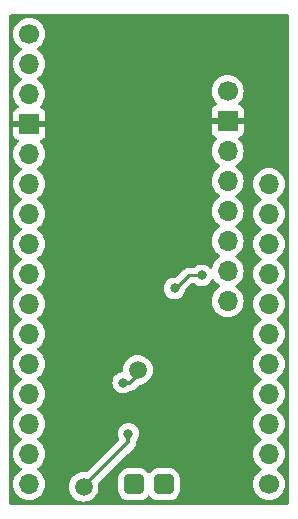
<source format=gbr>
%TF.GenerationSoftware,KiCad,Pcbnew,7.0.5-0*%
%TF.CreationDate,2023-07-31T21:18:35+02:00*%
%TF.ProjectId,wireless-wizard-wand,77697265-6c65-4737-932d-77697a617264,rev?*%
%TF.SameCoordinates,Original*%
%TF.FileFunction,Copper,L2,Bot*%
%TF.FilePolarity,Positive*%
%FSLAX46Y46*%
G04 Gerber Fmt 4.6, Leading zero omitted, Abs format (unit mm)*
G04 Created by KiCad (PCBNEW 7.0.5-0) date 2023-07-31 21:18:35*
%MOMM*%
%LPD*%
G01*
G04 APERTURE LIST*
G04 Aperture macros list*
%AMFreePoly0*
4,1,25,-0.850000,0.425000,-0.829199,0.556332,-0.768832,0.674809,-0.674809,0.768832,-0.556332,0.829199,-0.425000,0.850000,0.425000,0.850000,0.556332,0.829199,0.674809,0.768832,0.768832,0.674809,0.829199,0.556332,0.850000,0.425000,0.850000,-0.425000,0.829199,-0.556332,0.768832,-0.674809,0.674809,-0.768832,0.556332,-0.829199,0.425000,-0.850000,-0.425000,-0.850000,-0.556332,-0.829199,
-0.674809,-0.768832,-0.768832,-0.674809,-0.829199,-0.556332,-0.850000,-0.425000,-0.850000,0.425000,-0.850000,0.425000,$1*%
G04 Aperture macros list end*
%TA.AperFunction,TestPad*%
%ADD10C,1.500000*%
%TD*%
%TA.AperFunction,ComponentPad*%
%ADD11C,1.700000*%
%TD*%
%TA.AperFunction,ComponentPad*%
%ADD12O,1.700000X1.700000*%
%TD*%
%TA.AperFunction,ComponentPad*%
%ADD13R,1.700000X1.700000*%
%TD*%
%TA.AperFunction,ComponentPad*%
%ADD14FreePoly0,270.000000*%
%TD*%
%TA.AperFunction,ViaPad*%
%ADD15C,0.800000*%
%TD*%
%TA.AperFunction,Conductor*%
%ADD16C,0.250000*%
%TD*%
%TA.AperFunction,Conductor*%
%ADD17C,0.350000*%
%TD*%
G04 APERTURE END LIST*
D10*
%TO.P,TP2,1,1*%
%TO.N,/IRQ*%
X92600000Y-58700000D03*
%TD*%
%TO.P,TP1,1,1*%
%TO.N,/PWM*%
X88000000Y-68600000D03*
%TD*%
D11*
%TO.P,J2,1,Pin_1*%
%TO.N,SDA*%
X103700000Y-68360000D03*
D12*
%TO.P,J2,2,Pin_2*%
%TO.N,SCL*%
X103700000Y-65820000D03*
%TO.P,J2,3,Pin_3*%
%TO.N,P1.08*%
X103700000Y-63280000D03*
%TO.P,J2,4,Pin_4*%
%TO.N,unconnected-(J2-Pin_4-Pad4)*%
X103700000Y-60740000D03*
%TO.P,J2,5,Pin_5*%
%TO.N,unconnected-(J2-Pin_5-Pad5)*%
X103700000Y-58200000D03*
%TO.P,J2,6,Pin_6*%
%TO.N,unconnected-(J2-Pin_6-Pad6)*%
X103700000Y-55660000D03*
%TO.P,J2,7,Pin_7*%
%TO.N,unconnected-(J2-Pin_7-Pad7)*%
X103700000Y-53120000D03*
%TO.P,J2,8,Pin_8*%
%TO.N,unconnected-(J2-Pin_8-Pad8)*%
X103700000Y-50580000D03*
%TO.P,J2,9,Pin_9*%
%TO.N,unconnected-(J2-Pin_9-Pad9)*%
X103700000Y-48040000D03*
%TO.P,J2,10,Pin_10*%
%TO.N,unconnected-(J2-Pin_10-Pad10)*%
X103700000Y-45500000D03*
%TO.P,J2,11,Pin_11*%
%TO.N,unconnected-(J2-Pin_11-Pad11)*%
X103700000Y-42960000D03*
%TD*%
D11*
%TO.P,J4,1,Pin_1*%
%TO.N,+3.3V*%
X100200000Y-35100000D03*
D13*
%TO.P,J4,2,Pin_2*%
%TO.N,GND1*%
X100200000Y-37640000D03*
D12*
%TO.P,J4,3,Pin_3*%
%TO.N,SCL*%
X100200000Y-40180000D03*
%TO.P,J4,4,Pin_4*%
%TO.N,SDA*%
X100200000Y-42720000D03*
%TO.P,J4,5,Pin_5*%
%TO.N,/XDA*%
X100200000Y-45260000D03*
%TO.P,J4,6,Pin_6*%
%TO.N,/XCL*%
X100200000Y-47800000D03*
%TO.P,J4,7,Pin_7*%
%TO.N,+3.3V*%
X100200000Y-50340000D03*
%TO.P,J4,8,Pin_8*%
%TO.N,P1.08*%
X100200000Y-52880000D03*
%TD*%
D11*
%TO.P,J1,1,Pin_1*%
%TO.N,RST*%
X83400000Y-30260000D03*
D12*
%TO.P,J1,2,Pin_2*%
%TO.N,+3.3V*%
X83400000Y-32800000D03*
%TO.P,J1,3,Pin_3*%
%TO.N,unconnected-(J1-Pin_3-Pad3)*%
X83400000Y-35340000D03*
D13*
%TO.P,J1,4,Pin_4*%
%TO.N,GND1*%
X83400000Y-37880000D03*
D12*
%TO.P,J1,5,Pin_5*%
%TO.N,unconnected-(J1-Pin_5-Pad5)*%
X83400000Y-40420000D03*
%TO.P,J1,6,Pin_6*%
%TO.N,unconnected-(J1-Pin_6-Pad6)*%
X83400000Y-42960000D03*
%TO.P,J1,7,Pin_7*%
%TO.N,unconnected-(J1-Pin_7-Pad7)*%
X83400000Y-45500000D03*
%TO.P,J1,8,Pin_8*%
%TO.N,unconnected-(J1-Pin_8-Pad8)*%
X83400000Y-48040000D03*
%TO.P,J1,9,Pin_9*%
%TO.N,unconnected-(J1-Pin_9-Pad9)*%
X83400000Y-50580000D03*
%TO.P,J1,10,Pin_10*%
%TO.N,unconnected-(J1-Pin_10-Pad10)*%
X83400000Y-53120000D03*
%TO.P,J1,11,Pin_11*%
%TO.N,unconnected-(J1-Pin_11-Pad11)*%
X83400000Y-55660000D03*
%TO.P,J1,12,Pin_12*%
%TO.N,unconnected-(J1-Pin_12-Pad12)*%
X83400000Y-58200000D03*
%TO.P,J1,13,Pin_13*%
%TO.N,unconnected-(J1-Pin_13-Pad13)*%
X83400000Y-60740000D03*
%TO.P,J1,14,Pin_14*%
%TO.N,unconnected-(J1-Pin_14-Pad14)*%
X83400000Y-63280000D03*
%TO.P,J1,15,Pin_15*%
%TO.N,unconnected-(J1-Pin_15-Pad15)*%
X83400000Y-65820000D03*
%TO.P,J1,16,Pin_16*%
%TO.N,unconnected-(J1-Pin_16-Pad16)*%
X83400000Y-68360000D03*
%TD*%
D14*
%TO.P,J3,1,Pin_1*%
%TO.N,/M-*%
X94800000Y-68385000D03*
%TO.P,J3,2,Pin_2*%
%TO.N,/M+*%
X92260000Y-68385000D03*
%TD*%
D15*
%TO.N,+3.3V*%
X98001500Y-50700000D03*
X95698500Y-51800000D03*
%TO.N,/PWM*%
X91800000Y-64100000D03*
%TO.N,GND1*%
X94800000Y-65000000D03*
%TO.N,/IRQ*%
X91334803Y-59784455D03*
%TO.N,GND1*%
X87500000Y-61600000D03*
X87600000Y-63600000D03*
%TD*%
D16*
%TO.N,+3.3V*%
X96900000Y-50700000D02*
X95800000Y-51800000D01*
X98001500Y-50700000D02*
X96900000Y-50700000D01*
X95800000Y-51800000D02*
X95698500Y-51800000D01*
D17*
%TO.N,/PWM*%
X91800000Y-64800000D02*
X91200000Y-65400000D01*
X91800000Y-64100000D02*
X91800000Y-64800000D01*
%TO.N,/IRQ*%
X91915545Y-59784455D02*
X92600000Y-59100000D01*
X91334803Y-59784455D02*
X91915545Y-59784455D01*
%TO.N,/PWM*%
X91200000Y-65400000D02*
X87900000Y-68700000D01*
%TD*%
%TA.AperFunction,Conductor*%
%TO.N,GND1*%
G36*
X105342539Y-28620185D02*
G01*
X105388294Y-28672989D01*
X105399500Y-28724500D01*
X105399500Y-69975500D01*
X105379815Y-70042539D01*
X105327011Y-70088294D01*
X105275500Y-70099500D01*
X88048586Y-70099500D01*
X87998949Y-70084925D01*
X87975846Y-70097069D01*
X87951414Y-70099500D01*
X81824500Y-70099500D01*
X81757461Y-70079815D01*
X81711706Y-70027011D01*
X81700500Y-69975500D01*
X81700500Y-68360000D01*
X82044341Y-68360000D01*
X82064936Y-68595403D01*
X82064938Y-68595413D01*
X82126094Y-68823655D01*
X82126096Y-68823659D01*
X82126097Y-68823663D01*
X82149935Y-68874783D01*
X82225965Y-69037830D01*
X82225967Y-69037834D01*
X82299952Y-69143495D01*
X82361505Y-69231401D01*
X82528599Y-69398495D01*
X82625384Y-69466264D01*
X82722165Y-69534032D01*
X82722167Y-69534033D01*
X82722170Y-69534035D01*
X82936337Y-69633903D01*
X83164592Y-69695063D01*
X83352918Y-69711539D01*
X83399999Y-69715659D01*
X83400000Y-69715659D01*
X83400001Y-69715659D01*
X83439234Y-69712226D01*
X83635408Y-69695063D01*
X83863663Y-69633903D01*
X84077830Y-69534035D01*
X84271401Y-69398495D01*
X84438495Y-69231401D01*
X84574035Y-69037830D01*
X84673903Y-68823663D01*
X84733832Y-68600002D01*
X86744723Y-68600002D01*
X86763793Y-68817975D01*
X86763793Y-68817979D01*
X86820422Y-69029322D01*
X86820424Y-69029326D01*
X86820425Y-69029330D01*
X86866661Y-69128484D01*
X86912897Y-69227638D01*
X86912898Y-69227639D01*
X87038402Y-69406877D01*
X87193123Y-69561598D01*
X87372361Y-69687102D01*
X87570670Y-69779575D01*
X87782023Y-69836207D01*
X87937554Y-69849813D01*
X87962221Y-69851972D01*
X87998594Y-69866199D01*
X88013651Y-69856523D01*
X88037779Y-69851972D01*
X88057539Y-69850243D01*
X88217977Y-69836207D01*
X88429330Y-69779575D01*
X88627639Y-69687102D01*
X88806877Y-69561598D01*
X88961598Y-69406877D01*
X89087102Y-69227639D01*
X89179575Y-69029330D01*
X89220986Y-68874783D01*
X90909500Y-68874783D01*
X90915858Y-68955574D01*
X90915858Y-68955577D01*
X90915859Y-68955578D01*
X90966212Y-69143496D01*
X91054535Y-69316840D01*
X91176968Y-69468032D01*
X91328160Y-69590465D01*
X91501504Y-69678788D01*
X91689422Y-69729141D01*
X91770222Y-69735500D01*
X91770230Y-69735500D01*
X92749770Y-69735500D01*
X92749778Y-69735500D01*
X92830578Y-69729141D01*
X93018496Y-69678788D01*
X93191840Y-69590465D01*
X93343032Y-69468032D01*
X93433635Y-69356145D01*
X93491121Y-69316436D01*
X93560952Y-69314108D01*
X93620956Y-69349903D01*
X93626353Y-69356133D01*
X93716968Y-69468032D01*
X93868160Y-69590465D01*
X94041504Y-69678788D01*
X94229422Y-69729141D01*
X94310222Y-69735500D01*
X94310230Y-69735500D01*
X95289770Y-69735500D01*
X95289778Y-69735500D01*
X95370578Y-69729141D01*
X95558496Y-69678788D01*
X95731840Y-69590465D01*
X95883032Y-69468032D01*
X96005465Y-69316840D01*
X96093788Y-69143496D01*
X96144141Y-68955578D01*
X96150500Y-68874778D01*
X96150500Y-68360000D01*
X102344341Y-68360000D01*
X102364936Y-68595403D01*
X102364938Y-68595413D01*
X102426094Y-68823655D01*
X102426096Y-68823659D01*
X102426097Y-68823663D01*
X102449935Y-68874783D01*
X102525965Y-69037830D01*
X102525967Y-69037834D01*
X102599952Y-69143495D01*
X102661505Y-69231401D01*
X102828599Y-69398495D01*
X102925384Y-69466265D01*
X103022165Y-69534032D01*
X103022167Y-69534033D01*
X103022170Y-69534035D01*
X103236337Y-69633903D01*
X103464592Y-69695063D01*
X103652918Y-69711539D01*
X103699999Y-69715659D01*
X103700000Y-69715659D01*
X103700001Y-69715659D01*
X103739234Y-69712226D01*
X103935408Y-69695063D01*
X104163663Y-69633903D01*
X104377830Y-69534035D01*
X104571401Y-69398495D01*
X104738495Y-69231401D01*
X104874035Y-69037830D01*
X104973903Y-68823663D01*
X105035063Y-68595408D01*
X105055659Y-68360000D01*
X105035063Y-68124592D01*
X104973903Y-67896337D01*
X104874035Y-67682171D01*
X104802367Y-67579817D01*
X104738494Y-67488597D01*
X104571402Y-67321506D01*
X104571396Y-67321501D01*
X104385842Y-67191575D01*
X104342217Y-67136998D01*
X104335023Y-67067500D01*
X104366546Y-67005145D01*
X104385842Y-66988425D01*
X104408026Y-66972891D01*
X104571401Y-66858495D01*
X104738495Y-66691401D01*
X104874035Y-66497830D01*
X104973903Y-66283663D01*
X105035063Y-66055408D01*
X105055659Y-65820000D01*
X105035063Y-65584592D01*
X104973903Y-65356337D01*
X104874035Y-65142171D01*
X104855869Y-65116226D01*
X104738494Y-64948597D01*
X104571402Y-64781506D01*
X104571396Y-64781501D01*
X104385842Y-64651575D01*
X104342217Y-64596998D01*
X104335023Y-64527500D01*
X104366546Y-64465145D01*
X104385842Y-64448425D01*
X104408026Y-64432891D01*
X104571401Y-64318495D01*
X104738495Y-64151401D01*
X104874035Y-63957830D01*
X104973903Y-63743663D01*
X105035063Y-63515408D01*
X105055659Y-63280000D01*
X105035063Y-63044592D01*
X104973903Y-62816337D01*
X104874035Y-62602171D01*
X104738495Y-62408599D01*
X104738494Y-62408597D01*
X104571402Y-62241506D01*
X104571396Y-62241501D01*
X104385842Y-62111575D01*
X104342217Y-62056998D01*
X104335023Y-61987500D01*
X104366546Y-61925145D01*
X104385842Y-61908425D01*
X104408026Y-61892891D01*
X104571401Y-61778495D01*
X104738495Y-61611401D01*
X104874035Y-61417830D01*
X104973903Y-61203663D01*
X105035063Y-60975408D01*
X105055659Y-60740000D01*
X105035063Y-60504592D01*
X104973903Y-60276337D01*
X104874035Y-60062171D01*
X104792473Y-59945687D01*
X104738494Y-59868597D01*
X104571402Y-59701506D01*
X104571396Y-59701501D01*
X104385842Y-59571575D01*
X104342217Y-59516998D01*
X104335023Y-59447500D01*
X104366546Y-59385145D01*
X104385842Y-59368425D01*
X104444092Y-59327638D01*
X104571401Y-59238495D01*
X104738495Y-59071401D01*
X104874035Y-58877830D01*
X104973903Y-58663663D01*
X105035063Y-58435408D01*
X105055659Y-58200000D01*
X105035063Y-57964592D01*
X104973903Y-57736337D01*
X104874035Y-57522171D01*
X104872814Y-57520426D01*
X104738494Y-57328597D01*
X104571402Y-57161506D01*
X104571396Y-57161501D01*
X104385842Y-57031575D01*
X104342217Y-56976998D01*
X104335023Y-56907500D01*
X104366546Y-56845145D01*
X104385842Y-56828425D01*
X104408026Y-56812891D01*
X104571401Y-56698495D01*
X104738495Y-56531401D01*
X104874035Y-56337830D01*
X104973903Y-56123663D01*
X105035063Y-55895408D01*
X105055659Y-55660000D01*
X105035063Y-55424592D01*
X104973903Y-55196337D01*
X104874035Y-54982171D01*
X104738495Y-54788599D01*
X104738494Y-54788597D01*
X104571402Y-54621506D01*
X104571396Y-54621501D01*
X104385842Y-54491575D01*
X104342217Y-54436998D01*
X104335023Y-54367500D01*
X104366546Y-54305145D01*
X104385842Y-54288425D01*
X104461199Y-54235659D01*
X104571401Y-54158495D01*
X104738495Y-53991401D01*
X104874035Y-53797830D01*
X104973903Y-53583663D01*
X105035063Y-53355408D01*
X105055659Y-53120000D01*
X105035063Y-52884592D01*
X104975191Y-52661144D01*
X104973905Y-52656344D01*
X104973904Y-52656343D01*
X104973903Y-52656337D01*
X104874035Y-52442171D01*
X104738495Y-52248599D01*
X104738494Y-52248597D01*
X104571402Y-52081506D01*
X104571396Y-52081501D01*
X104385842Y-51951575D01*
X104342217Y-51896998D01*
X104335023Y-51827500D01*
X104366546Y-51765145D01*
X104385842Y-51748425D01*
X104446481Y-51705965D01*
X104571401Y-51618495D01*
X104738495Y-51451401D01*
X104874035Y-51257830D01*
X104973903Y-51043663D01*
X105035063Y-50815408D01*
X105055659Y-50580000D01*
X105035063Y-50344592D01*
X104973903Y-50116337D01*
X104874035Y-49902171D01*
X104829703Y-49838857D01*
X104738494Y-49708597D01*
X104571402Y-49541506D01*
X104571396Y-49541501D01*
X104385842Y-49411575D01*
X104342217Y-49356998D01*
X104335023Y-49287500D01*
X104366546Y-49225145D01*
X104385842Y-49208425D01*
X104438469Y-49171575D01*
X104571401Y-49078495D01*
X104738495Y-48911401D01*
X104874035Y-48717830D01*
X104973903Y-48503663D01*
X105035063Y-48275408D01*
X105055659Y-48040000D01*
X105035063Y-47804592D01*
X104973903Y-47576337D01*
X104874035Y-47362171D01*
X104738495Y-47168599D01*
X104738494Y-47168597D01*
X104571402Y-47001506D01*
X104571396Y-47001501D01*
X104385842Y-46871575D01*
X104342217Y-46816998D01*
X104335023Y-46747500D01*
X104366546Y-46685145D01*
X104385842Y-46668425D01*
X104438469Y-46631575D01*
X104571401Y-46538495D01*
X104738495Y-46371401D01*
X104874035Y-46177830D01*
X104973903Y-45963663D01*
X105035063Y-45735408D01*
X105055659Y-45500000D01*
X105035063Y-45264592D01*
X104973903Y-45036337D01*
X104874035Y-44822171D01*
X104738495Y-44628599D01*
X104738494Y-44628597D01*
X104571402Y-44461506D01*
X104571396Y-44461501D01*
X104385842Y-44331575D01*
X104342217Y-44276998D01*
X104335023Y-44207500D01*
X104366546Y-44145145D01*
X104385842Y-44128425D01*
X104438469Y-44091575D01*
X104571401Y-43998495D01*
X104738495Y-43831401D01*
X104874035Y-43637830D01*
X104973903Y-43423663D01*
X105035063Y-43195408D01*
X105055659Y-42960000D01*
X105035063Y-42724592D01*
X104973903Y-42496337D01*
X104874035Y-42282171D01*
X104738495Y-42088599D01*
X104738494Y-42088597D01*
X104571402Y-41921506D01*
X104571395Y-41921501D01*
X104377834Y-41785967D01*
X104377830Y-41785965D01*
X104377829Y-41785964D01*
X104163663Y-41686097D01*
X104163659Y-41686096D01*
X104163655Y-41686094D01*
X103935413Y-41624938D01*
X103935403Y-41624936D01*
X103700001Y-41604341D01*
X103699999Y-41604341D01*
X103464596Y-41624936D01*
X103464586Y-41624938D01*
X103236344Y-41686094D01*
X103236335Y-41686098D01*
X103022171Y-41785964D01*
X103022169Y-41785965D01*
X102828597Y-41921505D01*
X102661505Y-42088597D01*
X102525965Y-42282169D01*
X102525964Y-42282171D01*
X102426098Y-42496335D01*
X102426094Y-42496344D01*
X102364938Y-42724586D01*
X102364936Y-42724596D01*
X102344341Y-42959999D01*
X102344341Y-42960000D01*
X102364936Y-43195403D01*
X102364938Y-43195413D01*
X102426094Y-43423655D01*
X102426096Y-43423659D01*
X102426097Y-43423663D01*
X102504312Y-43591395D01*
X102525965Y-43637830D01*
X102525967Y-43637834D01*
X102661501Y-43831395D01*
X102661506Y-43831402D01*
X102828597Y-43998493D01*
X102828603Y-43998498D01*
X103014158Y-44128425D01*
X103057783Y-44183002D01*
X103064977Y-44252500D01*
X103033454Y-44314855D01*
X103014158Y-44331575D01*
X102828597Y-44461505D01*
X102661505Y-44628597D01*
X102525965Y-44822169D01*
X102525964Y-44822171D01*
X102426098Y-45036335D01*
X102426094Y-45036344D01*
X102364938Y-45264586D01*
X102364936Y-45264596D01*
X102344341Y-45499999D01*
X102344341Y-45500000D01*
X102364936Y-45735403D01*
X102364938Y-45735413D01*
X102426094Y-45963655D01*
X102426096Y-45963659D01*
X102426097Y-45963663D01*
X102504312Y-46131395D01*
X102525965Y-46177830D01*
X102525967Y-46177834D01*
X102661501Y-46371395D01*
X102661506Y-46371402D01*
X102828597Y-46538493D01*
X102828603Y-46538498D01*
X103014158Y-46668425D01*
X103057783Y-46723002D01*
X103064977Y-46792500D01*
X103033454Y-46854855D01*
X103014158Y-46871575D01*
X102828597Y-47001505D01*
X102661505Y-47168597D01*
X102525965Y-47362169D01*
X102525964Y-47362171D01*
X102426098Y-47576335D01*
X102426094Y-47576344D01*
X102364938Y-47804586D01*
X102364936Y-47804596D01*
X102344341Y-48039999D01*
X102344341Y-48040000D01*
X102364936Y-48275403D01*
X102364938Y-48275413D01*
X102426094Y-48503655D01*
X102426096Y-48503659D01*
X102426097Y-48503663D01*
X102504312Y-48671395D01*
X102525965Y-48717830D01*
X102525967Y-48717834D01*
X102661501Y-48911395D01*
X102661506Y-48911402D01*
X102828597Y-49078493D01*
X102828603Y-49078498D01*
X103014158Y-49208425D01*
X103057783Y-49263002D01*
X103064977Y-49332500D01*
X103033454Y-49394855D01*
X103014158Y-49411575D01*
X102828597Y-49541505D01*
X102661505Y-49708597D01*
X102525965Y-49902169D01*
X102525964Y-49902171D01*
X102426098Y-50116335D01*
X102426094Y-50116344D01*
X102364938Y-50344586D01*
X102364936Y-50344596D01*
X102344341Y-50579999D01*
X102344341Y-50580000D01*
X102364936Y-50815403D01*
X102364938Y-50815413D01*
X102426094Y-51043655D01*
X102426096Y-51043659D01*
X102426097Y-51043663D01*
X102504315Y-51211401D01*
X102525965Y-51257830D01*
X102525967Y-51257834D01*
X102610458Y-51378498D01*
X102647721Y-51431716D01*
X102661501Y-51451395D01*
X102661506Y-51451402D01*
X102828597Y-51618493D01*
X102828603Y-51618498D01*
X103014158Y-51748425D01*
X103057783Y-51803002D01*
X103064977Y-51872500D01*
X103033454Y-51934855D01*
X103014158Y-51951575D01*
X102828597Y-52081505D01*
X102661505Y-52248597D01*
X102525965Y-52442169D01*
X102525964Y-52442171D01*
X102426098Y-52656335D01*
X102426094Y-52656344D01*
X102364938Y-52884586D01*
X102364936Y-52884596D01*
X102344341Y-53119999D01*
X102344341Y-53120000D01*
X102364936Y-53355403D01*
X102364938Y-53355413D01*
X102426094Y-53583655D01*
X102426096Y-53583659D01*
X102426097Y-53583663D01*
X102504312Y-53751395D01*
X102525965Y-53797830D01*
X102525967Y-53797834D01*
X102661501Y-53991395D01*
X102661506Y-53991402D01*
X102828597Y-54158493D01*
X102828603Y-54158498D01*
X103014158Y-54288425D01*
X103057783Y-54343002D01*
X103064977Y-54412500D01*
X103033454Y-54474855D01*
X103014158Y-54491575D01*
X102828597Y-54621505D01*
X102661505Y-54788597D01*
X102525965Y-54982169D01*
X102525964Y-54982171D01*
X102426098Y-55196335D01*
X102426094Y-55196344D01*
X102364938Y-55424586D01*
X102364936Y-55424596D01*
X102344341Y-55659999D01*
X102344341Y-55660000D01*
X102364936Y-55895403D01*
X102364938Y-55895413D01*
X102426094Y-56123655D01*
X102426096Y-56123659D01*
X102426097Y-56123663D01*
X102525964Y-56337830D01*
X102525965Y-56337830D01*
X102525967Y-56337834D01*
X102661501Y-56531395D01*
X102661506Y-56531402D01*
X102828597Y-56698493D01*
X102828603Y-56698498D01*
X103014158Y-56828425D01*
X103057783Y-56883002D01*
X103064977Y-56952500D01*
X103033454Y-57014855D01*
X103014158Y-57031575D01*
X102828597Y-57161505D01*
X102661505Y-57328597D01*
X102525965Y-57522169D01*
X102525964Y-57522171D01*
X102426098Y-57736335D01*
X102426094Y-57736344D01*
X102364938Y-57964586D01*
X102364936Y-57964596D01*
X102344341Y-58199999D01*
X102344341Y-58200000D01*
X102364936Y-58435403D01*
X102364938Y-58435413D01*
X102426094Y-58663655D01*
X102426096Y-58663659D01*
X102426097Y-58663663D01*
X102466356Y-58749998D01*
X102525965Y-58877830D01*
X102525967Y-58877834D01*
X102661501Y-59071395D01*
X102661506Y-59071402D01*
X102828597Y-59238493D01*
X102828603Y-59238498D01*
X103014158Y-59368425D01*
X103057783Y-59423002D01*
X103064977Y-59492500D01*
X103033454Y-59554855D01*
X103014158Y-59571575D01*
X102828597Y-59701505D01*
X102661505Y-59868597D01*
X102525965Y-60062169D01*
X102525964Y-60062171D01*
X102426098Y-60276335D01*
X102426094Y-60276344D01*
X102364938Y-60504586D01*
X102364936Y-60504596D01*
X102344341Y-60739999D01*
X102344341Y-60740000D01*
X102364936Y-60975403D01*
X102364938Y-60975413D01*
X102426094Y-61203655D01*
X102426096Y-61203659D01*
X102426097Y-61203663D01*
X102525964Y-61417829D01*
X102525965Y-61417830D01*
X102525967Y-61417834D01*
X102661501Y-61611395D01*
X102661506Y-61611402D01*
X102828597Y-61778493D01*
X102828603Y-61778498D01*
X103014158Y-61908425D01*
X103057783Y-61963002D01*
X103064977Y-62032500D01*
X103033454Y-62094855D01*
X103014158Y-62111575D01*
X102828597Y-62241505D01*
X102661505Y-62408597D01*
X102525965Y-62602169D01*
X102525964Y-62602171D01*
X102426098Y-62816335D01*
X102426094Y-62816344D01*
X102364938Y-63044586D01*
X102364936Y-63044596D01*
X102344341Y-63279999D01*
X102344341Y-63280000D01*
X102364936Y-63515403D01*
X102364938Y-63515413D01*
X102426094Y-63743655D01*
X102426096Y-63743659D01*
X102426097Y-63743663D01*
X102504473Y-63911740D01*
X102525965Y-63957830D01*
X102525967Y-63957834D01*
X102661501Y-64151395D01*
X102661506Y-64151402D01*
X102828597Y-64318493D01*
X102828603Y-64318498D01*
X103014158Y-64448425D01*
X103057783Y-64503002D01*
X103064977Y-64572500D01*
X103033454Y-64634855D01*
X103014158Y-64651575D01*
X102828597Y-64781505D01*
X102661505Y-64948597D01*
X102525965Y-65142169D01*
X102525964Y-65142171D01*
X102426098Y-65356335D01*
X102426094Y-65356344D01*
X102364938Y-65584586D01*
X102364936Y-65584596D01*
X102344341Y-65819999D01*
X102344341Y-65820000D01*
X102364936Y-66055403D01*
X102364938Y-66055413D01*
X102426094Y-66283655D01*
X102426096Y-66283659D01*
X102426097Y-66283663D01*
X102525964Y-66497830D01*
X102525965Y-66497830D01*
X102525967Y-66497834D01*
X102661501Y-66691395D01*
X102661506Y-66691402D01*
X102828597Y-66858493D01*
X102828603Y-66858498D01*
X103014158Y-66988425D01*
X103057783Y-67043002D01*
X103064977Y-67112500D01*
X103033454Y-67174855D01*
X103014158Y-67191575D01*
X102828597Y-67321505D01*
X102661505Y-67488597D01*
X102525965Y-67682169D01*
X102525964Y-67682171D01*
X102426098Y-67896335D01*
X102426094Y-67896344D01*
X102364938Y-68124586D01*
X102364936Y-68124596D01*
X102344341Y-68359999D01*
X102344341Y-68360000D01*
X96150500Y-68360000D01*
X96150500Y-67895222D01*
X96144141Y-67814422D01*
X96093788Y-67626504D01*
X96005465Y-67453160D01*
X95883032Y-67301968D01*
X95731840Y-67179535D01*
X95558496Y-67091212D01*
X95370578Y-67040859D01*
X95370577Y-67040858D01*
X95370574Y-67040858D01*
X95289783Y-67034500D01*
X95289778Y-67034500D01*
X94310222Y-67034500D01*
X94310216Y-67034500D01*
X94229425Y-67040858D01*
X94041504Y-67091212D01*
X93868161Y-67179534D01*
X93716968Y-67301968D01*
X93626366Y-67413852D01*
X93568879Y-67453563D01*
X93499048Y-67455891D01*
X93439044Y-67420095D01*
X93433634Y-67413852D01*
X93403865Y-67377091D01*
X93343032Y-67301968D01*
X93191840Y-67179535D01*
X93018496Y-67091212D01*
X92830578Y-67040859D01*
X92830577Y-67040858D01*
X92830574Y-67040858D01*
X92749783Y-67034500D01*
X92749778Y-67034500D01*
X91770222Y-67034500D01*
X91770216Y-67034500D01*
X91689425Y-67040858D01*
X91501504Y-67091212D01*
X91328161Y-67179534D01*
X91176968Y-67301968D01*
X91054534Y-67453161D01*
X90966212Y-67626504D01*
X90915858Y-67814425D01*
X90909500Y-67895216D01*
X90909500Y-68874783D01*
X89220986Y-68874783D01*
X89236207Y-68817977D01*
X89255277Y-68600000D01*
X89236207Y-68382023D01*
X89236205Y-68382018D01*
X89236183Y-68381758D01*
X89249950Y-68313258D01*
X89272027Y-68283272D01*
X91706541Y-65848760D01*
X91765100Y-65790201D01*
X91765113Y-65790186D01*
X92261913Y-65293386D01*
X92264605Y-65290852D01*
X92309332Y-65251229D01*
X92343269Y-65202059D01*
X92345472Y-65199066D01*
X92382326Y-65152028D01*
X92386172Y-65143480D01*
X92397197Y-65123935D01*
X92402517Y-65116227D01*
X92402516Y-65116227D01*
X92402518Y-65116226D01*
X92423705Y-65060358D01*
X92425132Y-65056916D01*
X92449647Y-65002446D01*
X92449647Y-65002445D01*
X92449650Y-65002439D01*
X92451338Y-64993221D01*
X92457366Y-64971603D01*
X92460688Y-64962845D01*
X92467889Y-64903540D01*
X92468453Y-64899836D01*
X92472577Y-64877327D01*
X92479219Y-64841085D01*
X92475613Y-64781466D01*
X92475500Y-64777722D01*
X92475500Y-64743156D01*
X92495185Y-64676117D01*
X92507351Y-64660183D01*
X92515102Y-64651575D01*
X92532533Y-64632216D01*
X92627179Y-64468284D01*
X92685674Y-64288256D01*
X92705460Y-64100000D01*
X92685674Y-63911744D01*
X92627179Y-63731716D01*
X92532533Y-63567784D01*
X92405871Y-63427112D01*
X92405870Y-63427111D01*
X92252734Y-63315851D01*
X92252729Y-63315848D01*
X92079807Y-63238857D01*
X92079802Y-63238855D01*
X91934000Y-63207865D01*
X91894646Y-63199500D01*
X91705354Y-63199500D01*
X91672897Y-63206398D01*
X91520197Y-63238855D01*
X91520192Y-63238857D01*
X91347270Y-63315848D01*
X91347265Y-63315851D01*
X91194129Y-63427111D01*
X91067466Y-63567785D01*
X90972821Y-63731715D01*
X90972818Y-63731722D01*
X90914327Y-63911740D01*
X90914326Y-63911744D01*
X90894540Y-64100000D01*
X90914326Y-64288256D01*
X90914327Y-64288259D01*
X90972818Y-64468277D01*
X90972821Y-64468284D01*
X90999767Y-64514956D01*
X91016240Y-64582855D01*
X90993388Y-64648882D01*
X90980061Y-64664636D01*
X90692656Y-64952040D01*
X90692652Y-64952046D01*
X88316728Y-67327969D01*
X88255405Y-67361454D01*
X88218240Y-67363816D01*
X88000002Y-67344723D01*
X87999998Y-67344723D01*
X87854682Y-67357436D01*
X87782023Y-67363793D01*
X87782020Y-67363793D01*
X87570677Y-67420422D01*
X87570668Y-67420426D01*
X87372361Y-67512898D01*
X87372357Y-67512900D01*
X87193121Y-67638402D01*
X87038402Y-67793121D01*
X86912900Y-67972357D01*
X86912898Y-67972361D01*
X86820426Y-68170668D01*
X86820422Y-68170677D01*
X86763793Y-68382020D01*
X86763793Y-68382024D01*
X86744723Y-68599997D01*
X86744723Y-68600002D01*
X84733832Y-68600002D01*
X84735063Y-68595408D01*
X84755659Y-68360000D01*
X84735063Y-68124592D01*
X84673903Y-67896337D01*
X84574035Y-67682171D01*
X84502367Y-67579817D01*
X84438494Y-67488597D01*
X84271402Y-67321506D01*
X84271396Y-67321501D01*
X84085842Y-67191575D01*
X84042217Y-67136998D01*
X84035023Y-67067500D01*
X84066546Y-67005145D01*
X84085842Y-66988425D01*
X84108026Y-66972891D01*
X84271401Y-66858495D01*
X84438495Y-66691401D01*
X84574035Y-66497830D01*
X84673903Y-66283663D01*
X84735063Y-66055408D01*
X84755659Y-65820000D01*
X84735063Y-65584592D01*
X84673903Y-65356337D01*
X84574035Y-65142171D01*
X84555869Y-65116226D01*
X84438494Y-64948597D01*
X84271402Y-64781506D01*
X84271396Y-64781501D01*
X84085842Y-64651575D01*
X84042217Y-64596998D01*
X84035023Y-64527500D01*
X84066546Y-64465145D01*
X84085842Y-64448425D01*
X84108026Y-64432891D01*
X84271401Y-64318495D01*
X84438495Y-64151401D01*
X84574035Y-63957830D01*
X84673903Y-63743663D01*
X84735063Y-63515408D01*
X84755659Y-63280000D01*
X84735063Y-63044592D01*
X84673903Y-62816337D01*
X84574035Y-62602171D01*
X84438495Y-62408599D01*
X84438494Y-62408597D01*
X84271402Y-62241506D01*
X84271396Y-62241501D01*
X84085842Y-62111575D01*
X84042217Y-62056998D01*
X84035023Y-61987500D01*
X84066546Y-61925145D01*
X84085842Y-61908425D01*
X84108026Y-61892891D01*
X84271401Y-61778495D01*
X84438495Y-61611401D01*
X84574035Y-61417830D01*
X84673903Y-61203663D01*
X84735063Y-60975408D01*
X84755659Y-60740000D01*
X84735063Y-60504592D01*
X84673903Y-60276337D01*
X84574035Y-60062171D01*
X84492473Y-59945687D01*
X84438494Y-59868597D01*
X84354351Y-59784455D01*
X90429343Y-59784455D01*
X90449129Y-59972711D01*
X90449130Y-59972714D01*
X90507621Y-60152732D01*
X90507624Y-60152739D01*
X90602270Y-60316671D01*
X90711357Y-60437824D01*
X90728932Y-60457343D01*
X90882068Y-60568603D01*
X90882073Y-60568606D01*
X91054995Y-60645597D01*
X91055000Y-60645599D01*
X91240157Y-60684955D01*
X91240158Y-60684955D01*
X91429447Y-60684955D01*
X91429449Y-60684955D01*
X91614606Y-60645599D01*
X91787533Y-60568606D01*
X91900832Y-60486288D01*
X91951366Y-60464638D01*
X91956627Y-60463673D01*
X91956630Y-60463674D01*
X92015388Y-60452906D01*
X92019085Y-60452344D01*
X92040433Y-60449751D01*
X92078390Y-60445143D01*
X92087150Y-60441820D01*
X92108766Y-60435793D01*
X92117984Y-60434105D01*
X92172461Y-60409587D01*
X92175903Y-60408160D01*
X92231771Y-60386973D01*
X92239478Y-60381652D01*
X92259025Y-60370627D01*
X92267573Y-60366781D01*
X92314611Y-60329927D01*
X92317604Y-60327724D01*
X92366774Y-60293787D01*
X92406397Y-60249060D01*
X92408931Y-60246368D01*
X92677701Y-59977598D01*
X92739022Y-59944115D01*
X92754563Y-59941754D01*
X92817977Y-59936207D01*
X93029330Y-59879575D01*
X93227639Y-59787102D01*
X93406877Y-59661598D01*
X93561598Y-59506877D01*
X93687102Y-59327639D01*
X93779575Y-59129330D01*
X93836207Y-58917977D01*
X93855277Y-58700000D01*
X93836207Y-58482023D01*
X93779575Y-58270670D01*
X93687102Y-58072362D01*
X93687100Y-58072359D01*
X93687099Y-58072357D01*
X93561599Y-57893124D01*
X93561596Y-57893121D01*
X93406877Y-57738402D01*
X93227639Y-57612898D01*
X93227640Y-57612898D01*
X93227638Y-57612897D01*
X93128484Y-57566661D01*
X93029330Y-57520425D01*
X93029326Y-57520424D01*
X93029322Y-57520422D01*
X92817977Y-57463793D01*
X92600002Y-57444723D01*
X92599998Y-57444723D01*
X92454681Y-57457436D01*
X92382023Y-57463793D01*
X92382020Y-57463793D01*
X92170677Y-57520422D01*
X92170668Y-57520426D01*
X91972361Y-57612898D01*
X91972357Y-57612900D01*
X91793121Y-57738402D01*
X91638402Y-57893121D01*
X91512900Y-58072357D01*
X91512898Y-58072361D01*
X91420426Y-58270668D01*
X91420422Y-58270677D01*
X91363793Y-58482020D01*
X91363793Y-58482024D01*
X91344723Y-58699997D01*
X91344723Y-58700002D01*
X91349097Y-58749998D01*
X91335330Y-58818498D01*
X91286715Y-58868681D01*
X91246308Y-58881636D01*
X91246514Y-58882604D01*
X91240158Y-58883955D01*
X91240157Y-58883955D01*
X91213203Y-58889683D01*
X91055000Y-58923310D01*
X91054995Y-58923312D01*
X90882073Y-59000303D01*
X90882068Y-59000306D01*
X90728932Y-59111566D01*
X90602269Y-59252240D01*
X90507624Y-59416170D01*
X90507621Y-59416177D01*
X90449130Y-59596195D01*
X90449129Y-59596199D01*
X90429343Y-59784455D01*
X84354351Y-59784455D01*
X84271402Y-59701506D01*
X84271396Y-59701501D01*
X84085842Y-59571575D01*
X84042217Y-59516998D01*
X84035023Y-59447500D01*
X84066546Y-59385145D01*
X84085842Y-59368425D01*
X84144092Y-59327638D01*
X84271401Y-59238495D01*
X84438495Y-59071401D01*
X84574035Y-58877830D01*
X84673903Y-58663663D01*
X84735063Y-58435408D01*
X84755659Y-58200000D01*
X84735063Y-57964592D01*
X84673903Y-57736337D01*
X84574035Y-57522171D01*
X84572814Y-57520426D01*
X84438494Y-57328597D01*
X84271402Y-57161506D01*
X84271396Y-57161501D01*
X84085842Y-57031575D01*
X84042217Y-56976998D01*
X84035023Y-56907500D01*
X84066546Y-56845145D01*
X84085842Y-56828425D01*
X84108026Y-56812891D01*
X84271401Y-56698495D01*
X84438495Y-56531401D01*
X84574035Y-56337830D01*
X84673903Y-56123663D01*
X84735063Y-55895408D01*
X84755659Y-55660000D01*
X84735063Y-55424592D01*
X84673903Y-55196337D01*
X84574035Y-54982171D01*
X84438495Y-54788599D01*
X84438494Y-54788597D01*
X84271402Y-54621506D01*
X84271396Y-54621501D01*
X84085842Y-54491575D01*
X84042217Y-54436998D01*
X84035023Y-54367500D01*
X84066546Y-54305145D01*
X84085842Y-54288425D01*
X84161199Y-54235659D01*
X84271401Y-54158495D01*
X84438495Y-53991401D01*
X84574035Y-53797830D01*
X84673903Y-53583663D01*
X84735063Y-53355408D01*
X84755659Y-53120000D01*
X84735063Y-52884592D01*
X84675191Y-52661144D01*
X84673905Y-52656344D01*
X84673904Y-52656343D01*
X84673903Y-52656337D01*
X84574035Y-52442171D01*
X84438495Y-52248599D01*
X84438494Y-52248597D01*
X84271402Y-52081506D01*
X84271396Y-52081501D01*
X84085842Y-51951575D01*
X84042217Y-51896998D01*
X84035023Y-51827500D01*
X84048925Y-51800000D01*
X94793040Y-51800000D01*
X94812826Y-51988256D01*
X94812827Y-51988259D01*
X94871318Y-52168277D01*
X94871321Y-52168284D01*
X94965967Y-52332216D01*
X95064971Y-52442171D01*
X95092629Y-52472888D01*
X95245765Y-52584148D01*
X95245770Y-52584151D01*
X95418692Y-52661142D01*
X95418697Y-52661144D01*
X95603854Y-52700500D01*
X95603855Y-52700500D01*
X95793144Y-52700500D01*
X95793146Y-52700500D01*
X95978303Y-52661144D01*
X96151230Y-52584151D01*
X96304371Y-52472888D01*
X96431033Y-52332216D01*
X96525679Y-52168284D01*
X96584174Y-51988256D01*
X96589900Y-51933768D01*
X96616483Y-51869155D01*
X96625521Y-51859067D01*
X97122773Y-51361816D01*
X97184095Y-51328334D01*
X97210453Y-51325500D01*
X97297752Y-51325500D01*
X97364791Y-51345185D01*
X97389900Y-51366526D01*
X97395626Y-51372885D01*
X97395630Y-51372889D01*
X97548765Y-51484148D01*
X97548770Y-51484151D01*
X97721692Y-51561142D01*
X97721697Y-51561144D01*
X97906854Y-51600500D01*
X97906855Y-51600500D01*
X98096144Y-51600500D01*
X98096146Y-51600500D01*
X98281303Y-51561144D01*
X98454230Y-51484151D01*
X98607371Y-51372888D01*
X98734033Y-51232216D01*
X98828679Y-51068284D01*
X98828682Y-51068273D01*
X98829952Y-51065423D01*
X98831131Y-51064034D01*
X98831928Y-51062656D01*
X98832180Y-51062801D01*
X98875204Y-51012187D01*
X98942053Y-50991867D01*
X99009276Y-51010913D01*
X99044806Y-51044738D01*
X99161501Y-51211396D01*
X99161506Y-51211402D01*
X99328597Y-51378493D01*
X99328603Y-51378498D01*
X99514158Y-51508425D01*
X99557783Y-51563002D01*
X99564977Y-51632500D01*
X99533454Y-51694855D01*
X99514158Y-51711575D01*
X99328597Y-51841505D01*
X99161505Y-52008597D01*
X99025965Y-52202169D01*
X99025964Y-52202171D01*
X98926098Y-52416335D01*
X98926094Y-52416344D01*
X98864938Y-52644586D01*
X98864936Y-52644596D01*
X98844341Y-52879999D01*
X98844341Y-52880000D01*
X98864936Y-53115403D01*
X98864938Y-53115413D01*
X98926094Y-53343655D01*
X98926096Y-53343659D01*
X98926097Y-53343663D01*
X99025965Y-53557829D01*
X99025965Y-53557830D01*
X99025967Y-53557834D01*
X99044053Y-53583663D01*
X99161505Y-53751401D01*
X99328599Y-53918495D01*
X99425384Y-53986264D01*
X99522165Y-54054032D01*
X99522167Y-54054033D01*
X99522170Y-54054035D01*
X99736337Y-54153903D01*
X99736343Y-54153904D01*
X99736344Y-54153905D01*
X99753486Y-54158498D01*
X99964592Y-54215063D01*
X100152918Y-54231539D01*
X100199999Y-54235659D01*
X100200000Y-54235659D01*
X100200001Y-54235659D01*
X100239234Y-54232226D01*
X100435408Y-54215063D01*
X100663663Y-54153903D01*
X100877830Y-54054035D01*
X101071401Y-53918495D01*
X101238495Y-53751401D01*
X101374035Y-53557830D01*
X101473903Y-53343663D01*
X101535063Y-53115408D01*
X101555659Y-52880000D01*
X101535063Y-52644592D01*
X101473903Y-52416337D01*
X101374035Y-52202171D01*
X101350308Y-52168284D01*
X101238494Y-52008597D01*
X101071402Y-51841506D01*
X101071396Y-51841501D01*
X100885842Y-51711575D01*
X100842217Y-51656998D01*
X100835023Y-51587500D01*
X100866546Y-51525145D01*
X100885842Y-51508425D01*
X100967279Y-51451402D01*
X101071401Y-51378495D01*
X101238495Y-51211401D01*
X101374035Y-51017830D01*
X101473903Y-50803663D01*
X101535063Y-50575408D01*
X101555659Y-50340000D01*
X101535063Y-50104592D01*
X101473903Y-49876337D01*
X101374035Y-49662171D01*
X101289545Y-49541505D01*
X101238494Y-49468597D01*
X101071402Y-49301506D01*
X101071401Y-49301505D01*
X100885842Y-49171575D01*
X100885841Y-49171574D01*
X100842216Y-49116997D01*
X100835024Y-49047498D01*
X100866546Y-48985144D01*
X100885836Y-48968428D01*
X101071401Y-48838495D01*
X101238495Y-48671401D01*
X101374035Y-48477830D01*
X101473903Y-48263663D01*
X101535063Y-48035408D01*
X101555659Y-47800000D01*
X101535063Y-47564592D01*
X101473903Y-47336337D01*
X101374035Y-47122171D01*
X101289545Y-47001505D01*
X101238494Y-46928597D01*
X101071402Y-46761506D01*
X101071401Y-46761505D01*
X100885842Y-46631575D01*
X100885841Y-46631574D01*
X100842216Y-46576997D01*
X100835024Y-46507498D01*
X100866546Y-46445144D01*
X100885836Y-46428428D01*
X101071401Y-46298495D01*
X101238495Y-46131401D01*
X101374035Y-45937830D01*
X101473903Y-45723663D01*
X101535063Y-45495408D01*
X101555659Y-45260000D01*
X101535063Y-45024592D01*
X101473903Y-44796337D01*
X101374035Y-44582171D01*
X101289545Y-44461505D01*
X101238494Y-44388597D01*
X101071402Y-44221506D01*
X101071401Y-44221505D01*
X100885842Y-44091575D01*
X100885841Y-44091574D01*
X100842216Y-44036997D01*
X100835024Y-43967498D01*
X100866546Y-43905144D01*
X100885836Y-43888428D01*
X101071401Y-43758495D01*
X101238495Y-43591401D01*
X101374035Y-43397830D01*
X101473903Y-43183663D01*
X101535063Y-42955408D01*
X101555659Y-42720000D01*
X101535063Y-42484592D01*
X101473903Y-42256337D01*
X101374035Y-42042171D01*
X101289545Y-41921505D01*
X101238494Y-41848597D01*
X101071402Y-41681506D01*
X101071401Y-41681505D01*
X100885842Y-41551575D01*
X100885841Y-41551574D01*
X100842216Y-41496997D01*
X100835024Y-41427498D01*
X100866546Y-41365144D01*
X100885836Y-41348428D01*
X101071401Y-41218495D01*
X101238495Y-41051401D01*
X101374035Y-40857830D01*
X101473903Y-40643663D01*
X101535063Y-40415408D01*
X101555659Y-40180000D01*
X101535063Y-39944592D01*
X101473903Y-39716337D01*
X101374035Y-39502171D01*
X101301114Y-39398029D01*
X101238496Y-39308600D01*
X101194188Y-39264292D01*
X101116179Y-39186283D01*
X101082696Y-39124963D01*
X101087680Y-39055271D01*
X101129551Y-38999337D01*
X101160529Y-38982422D01*
X101292086Y-38933354D01*
X101292093Y-38933350D01*
X101407187Y-38847190D01*
X101407190Y-38847187D01*
X101493350Y-38732093D01*
X101493354Y-38732086D01*
X101543596Y-38597379D01*
X101543598Y-38597372D01*
X101549999Y-38537844D01*
X101550000Y-38537827D01*
X101550000Y-37890000D01*
X100633686Y-37890000D01*
X100659493Y-37849844D01*
X100700000Y-37711889D01*
X100700000Y-37568111D01*
X100659493Y-37430156D01*
X100633686Y-37390000D01*
X101550000Y-37390000D01*
X101550000Y-36742172D01*
X101549999Y-36742155D01*
X101543598Y-36682627D01*
X101543596Y-36682620D01*
X101493354Y-36547913D01*
X101493350Y-36547906D01*
X101407190Y-36432812D01*
X101407187Y-36432809D01*
X101292093Y-36346649D01*
X101292088Y-36346646D01*
X101160528Y-36297577D01*
X101104595Y-36255705D01*
X101080178Y-36190241D01*
X101095030Y-36121968D01*
X101116175Y-36093720D01*
X101238495Y-35971401D01*
X101374035Y-35777830D01*
X101473903Y-35563663D01*
X101535063Y-35335408D01*
X101555659Y-35100000D01*
X101535063Y-34864592D01*
X101473903Y-34636337D01*
X101374035Y-34422171D01*
X101289545Y-34301505D01*
X101238494Y-34228597D01*
X101071402Y-34061506D01*
X101071395Y-34061501D01*
X100877834Y-33925967D01*
X100877830Y-33925965D01*
X100877829Y-33925964D01*
X100663663Y-33826097D01*
X100663659Y-33826096D01*
X100663655Y-33826094D01*
X100435413Y-33764938D01*
X100435403Y-33764936D01*
X100200001Y-33744341D01*
X100199999Y-33744341D01*
X99964596Y-33764936D01*
X99964586Y-33764938D01*
X99736344Y-33826094D01*
X99736335Y-33826098D01*
X99522171Y-33925964D01*
X99522169Y-33925965D01*
X99328597Y-34061505D01*
X99161505Y-34228597D01*
X99025965Y-34422169D01*
X99025964Y-34422171D01*
X98926098Y-34636335D01*
X98926094Y-34636344D01*
X98864938Y-34864586D01*
X98864936Y-34864596D01*
X98844341Y-35099999D01*
X98844341Y-35100000D01*
X98864936Y-35335403D01*
X98864938Y-35335413D01*
X98926094Y-35563655D01*
X98926096Y-35563659D01*
X98926097Y-35563663D01*
X99025965Y-35777830D01*
X99025967Y-35777834D01*
X99044053Y-35803663D01*
X99161501Y-35971396D01*
X99161506Y-35971402D01*
X99283818Y-36093714D01*
X99317303Y-36155037D01*
X99312319Y-36224729D01*
X99270447Y-36280662D01*
X99239471Y-36297577D01*
X99107912Y-36346646D01*
X99107906Y-36346649D01*
X98992812Y-36432809D01*
X98992809Y-36432812D01*
X98906649Y-36547906D01*
X98906645Y-36547913D01*
X98856403Y-36682620D01*
X98856401Y-36682627D01*
X98850000Y-36742155D01*
X98850000Y-37390000D01*
X99766314Y-37390000D01*
X99740507Y-37430156D01*
X99700000Y-37568111D01*
X99700000Y-37711889D01*
X99740507Y-37849844D01*
X99766314Y-37890000D01*
X98850000Y-37890000D01*
X98850000Y-38537844D01*
X98856401Y-38597372D01*
X98856403Y-38597379D01*
X98906645Y-38732086D01*
X98906649Y-38732093D01*
X98992809Y-38847187D01*
X98992812Y-38847190D01*
X99107906Y-38933350D01*
X99107913Y-38933354D01*
X99239470Y-38982421D01*
X99295403Y-39024292D01*
X99319821Y-39089756D01*
X99304970Y-39158029D01*
X99283819Y-39186284D01*
X99161503Y-39308600D01*
X99025965Y-39502169D01*
X99025964Y-39502171D01*
X98926098Y-39716335D01*
X98926094Y-39716344D01*
X98864938Y-39944586D01*
X98864936Y-39944596D01*
X98844341Y-40179999D01*
X98844341Y-40180000D01*
X98864936Y-40415403D01*
X98864938Y-40415413D01*
X98926094Y-40643655D01*
X98926096Y-40643659D01*
X98926097Y-40643663D01*
X99025965Y-40857829D01*
X99025965Y-40857830D01*
X99025967Y-40857834D01*
X99161501Y-41051395D01*
X99161506Y-41051402D01*
X99328597Y-41218493D01*
X99328603Y-41218498D01*
X99514158Y-41348425D01*
X99557783Y-41403002D01*
X99564977Y-41472500D01*
X99533454Y-41534855D01*
X99514158Y-41551575D01*
X99328597Y-41681505D01*
X99161505Y-41848597D01*
X99025965Y-42042169D01*
X99025964Y-42042171D01*
X98926098Y-42256335D01*
X98926094Y-42256344D01*
X98864938Y-42484586D01*
X98864936Y-42484596D01*
X98844341Y-42719999D01*
X98844341Y-42720000D01*
X98864936Y-42955403D01*
X98864938Y-42955413D01*
X98926094Y-43183655D01*
X98926096Y-43183659D01*
X98926097Y-43183663D01*
X99025965Y-43397829D01*
X99025965Y-43397830D01*
X99025967Y-43397834D01*
X99161501Y-43591395D01*
X99161506Y-43591402D01*
X99328597Y-43758493D01*
X99328603Y-43758498D01*
X99514158Y-43888425D01*
X99557783Y-43943002D01*
X99564977Y-44012500D01*
X99533454Y-44074855D01*
X99514158Y-44091575D01*
X99328597Y-44221505D01*
X99161505Y-44388597D01*
X99025965Y-44582169D01*
X99025964Y-44582171D01*
X98926098Y-44796335D01*
X98926094Y-44796344D01*
X98864938Y-45024586D01*
X98864936Y-45024596D01*
X98844341Y-45259999D01*
X98844341Y-45260000D01*
X98864936Y-45495403D01*
X98864938Y-45495413D01*
X98926094Y-45723655D01*
X98926096Y-45723659D01*
X98926097Y-45723663D01*
X99025965Y-45937830D01*
X99025967Y-45937834D01*
X99161501Y-46131395D01*
X99161506Y-46131402D01*
X99328597Y-46298493D01*
X99328603Y-46298498D01*
X99514158Y-46428425D01*
X99557783Y-46483002D01*
X99564977Y-46552500D01*
X99533454Y-46614855D01*
X99514158Y-46631575D01*
X99328597Y-46761505D01*
X99161505Y-46928597D01*
X99025965Y-47122169D01*
X99025964Y-47122171D01*
X98926098Y-47336335D01*
X98926094Y-47336344D01*
X98864938Y-47564586D01*
X98864936Y-47564596D01*
X98844341Y-47799999D01*
X98844341Y-47800000D01*
X98864936Y-48035403D01*
X98864938Y-48035413D01*
X98926094Y-48263655D01*
X98926096Y-48263659D01*
X98926097Y-48263663D01*
X99025965Y-48477829D01*
X99025965Y-48477830D01*
X99025967Y-48477834D01*
X99161501Y-48671395D01*
X99161506Y-48671402D01*
X99328597Y-48838493D01*
X99328603Y-48838498D01*
X99514158Y-48968425D01*
X99557783Y-49023002D01*
X99564977Y-49092500D01*
X99533454Y-49154855D01*
X99514158Y-49171575D01*
X99328597Y-49301505D01*
X99161505Y-49468597D01*
X99025965Y-49662169D01*
X99025964Y-49662171D01*
X98926098Y-49876335D01*
X98926094Y-49876344D01*
X98880975Y-50044734D01*
X98844610Y-50104395D01*
X98781763Y-50134924D01*
X98712388Y-50126629D01*
X98669051Y-50095615D01*
X98607371Y-50027112D01*
X98607367Y-50027109D01*
X98454234Y-49915851D01*
X98454229Y-49915848D01*
X98281307Y-49838857D01*
X98281302Y-49838855D01*
X98135500Y-49807865D01*
X98096146Y-49799500D01*
X97906854Y-49799500D01*
X97874397Y-49806398D01*
X97721697Y-49838855D01*
X97721692Y-49838857D01*
X97548770Y-49915848D01*
X97548765Y-49915851D01*
X97395630Y-50027110D01*
X97395626Y-50027114D01*
X97389900Y-50033474D01*
X97330413Y-50070121D01*
X97297752Y-50074500D01*
X96982743Y-50074500D01*
X96967122Y-50072775D01*
X96967096Y-50073061D01*
X96959333Y-50072326D01*
X96891153Y-50074469D01*
X96889206Y-50074500D01*
X96860649Y-50074500D01*
X96853766Y-50075369D01*
X96847949Y-50075826D01*
X96801373Y-50077290D01*
X96782129Y-50082881D01*
X96763079Y-50086825D01*
X96743211Y-50089334D01*
X96699884Y-50106488D01*
X96694358Y-50108379D01*
X96649614Y-50121379D01*
X96649610Y-50121381D01*
X96632366Y-50131579D01*
X96614905Y-50140133D01*
X96596274Y-50147510D01*
X96596262Y-50147517D01*
X96558570Y-50174902D01*
X96553687Y-50178109D01*
X96513580Y-50201829D01*
X96499414Y-50215995D01*
X96484624Y-50228627D01*
X96468414Y-50240404D01*
X96468411Y-50240407D01*
X96438710Y-50276309D01*
X96434777Y-50280631D01*
X95852228Y-50863181D01*
X95790905Y-50896666D01*
X95764547Y-50899500D01*
X95603854Y-50899500D01*
X95571397Y-50906398D01*
X95418697Y-50938855D01*
X95418692Y-50938857D01*
X95245770Y-51015848D01*
X95245765Y-51015851D01*
X95092629Y-51127111D01*
X94965966Y-51267785D01*
X94871321Y-51431715D01*
X94871318Y-51431722D01*
X94812827Y-51611740D01*
X94812826Y-51611744D01*
X94793040Y-51800000D01*
X84048925Y-51800000D01*
X84066546Y-51765145D01*
X84085842Y-51748425D01*
X84146481Y-51705965D01*
X84271401Y-51618495D01*
X84438495Y-51451401D01*
X84574035Y-51257830D01*
X84673903Y-51043663D01*
X84735063Y-50815408D01*
X84755659Y-50580000D01*
X84735063Y-50344592D01*
X84673903Y-50116337D01*
X84574035Y-49902171D01*
X84529703Y-49838857D01*
X84438494Y-49708597D01*
X84271402Y-49541506D01*
X84271396Y-49541501D01*
X84085842Y-49411575D01*
X84042217Y-49356998D01*
X84035023Y-49287500D01*
X84066546Y-49225145D01*
X84085842Y-49208425D01*
X84138469Y-49171575D01*
X84271401Y-49078495D01*
X84438495Y-48911401D01*
X84574035Y-48717830D01*
X84673903Y-48503663D01*
X84735063Y-48275408D01*
X84755659Y-48040000D01*
X84735063Y-47804592D01*
X84673903Y-47576337D01*
X84574035Y-47362171D01*
X84438495Y-47168599D01*
X84438494Y-47168597D01*
X84271402Y-47001506D01*
X84271396Y-47001501D01*
X84085842Y-46871575D01*
X84042217Y-46816998D01*
X84035023Y-46747500D01*
X84066546Y-46685145D01*
X84085842Y-46668425D01*
X84138469Y-46631575D01*
X84271401Y-46538495D01*
X84438495Y-46371401D01*
X84574035Y-46177830D01*
X84673903Y-45963663D01*
X84735063Y-45735408D01*
X84755659Y-45500000D01*
X84735063Y-45264592D01*
X84673903Y-45036337D01*
X84574035Y-44822171D01*
X84438495Y-44628599D01*
X84438494Y-44628597D01*
X84271402Y-44461506D01*
X84271396Y-44461501D01*
X84085842Y-44331575D01*
X84042217Y-44276998D01*
X84035023Y-44207500D01*
X84066546Y-44145145D01*
X84085842Y-44128425D01*
X84138469Y-44091575D01*
X84271401Y-43998495D01*
X84438495Y-43831401D01*
X84574035Y-43637830D01*
X84673903Y-43423663D01*
X84735063Y-43195408D01*
X84755659Y-42960000D01*
X84735063Y-42724592D01*
X84673903Y-42496337D01*
X84574035Y-42282171D01*
X84438495Y-42088599D01*
X84438494Y-42088597D01*
X84271402Y-41921506D01*
X84271396Y-41921501D01*
X84085842Y-41791575D01*
X84042217Y-41736998D01*
X84035023Y-41667500D01*
X84066546Y-41605145D01*
X84085842Y-41588425D01*
X84138469Y-41551575D01*
X84271401Y-41458495D01*
X84438495Y-41291401D01*
X84574035Y-41097830D01*
X84673903Y-40883663D01*
X84735063Y-40655408D01*
X84755659Y-40420000D01*
X84735063Y-40184592D01*
X84673903Y-39956337D01*
X84574035Y-39742171D01*
X84438495Y-39548599D01*
X84316179Y-39426283D01*
X84282696Y-39364963D01*
X84287680Y-39295271D01*
X84329551Y-39239337D01*
X84360529Y-39222422D01*
X84492086Y-39173354D01*
X84492093Y-39173350D01*
X84607187Y-39087190D01*
X84607190Y-39087187D01*
X84693350Y-38972093D01*
X84693354Y-38972086D01*
X84743596Y-38837379D01*
X84743598Y-38837372D01*
X84749999Y-38777844D01*
X84750000Y-38777827D01*
X84750000Y-38130000D01*
X83833686Y-38130000D01*
X83859493Y-38089844D01*
X83900000Y-37951889D01*
X83900000Y-37808111D01*
X83859493Y-37670156D01*
X83833686Y-37630000D01*
X84750000Y-37630000D01*
X84750000Y-36982172D01*
X84749999Y-36982155D01*
X84743598Y-36922627D01*
X84743596Y-36922620D01*
X84693354Y-36787913D01*
X84693350Y-36787906D01*
X84607190Y-36672812D01*
X84607187Y-36672809D01*
X84492093Y-36586649D01*
X84492088Y-36586646D01*
X84360528Y-36537577D01*
X84304595Y-36495705D01*
X84280178Y-36430241D01*
X84295030Y-36361968D01*
X84316175Y-36333720D01*
X84438495Y-36211401D01*
X84574035Y-36017830D01*
X84673903Y-35803663D01*
X84735063Y-35575408D01*
X84755659Y-35340000D01*
X84735063Y-35104592D01*
X84673903Y-34876337D01*
X84574035Y-34662171D01*
X84438495Y-34468599D01*
X84438494Y-34468597D01*
X84271402Y-34301506D01*
X84271401Y-34301505D01*
X84085842Y-34171575D01*
X84085841Y-34171574D01*
X84042216Y-34116997D01*
X84035024Y-34047498D01*
X84066546Y-33985144D01*
X84085836Y-33968428D01*
X84271401Y-33838495D01*
X84438495Y-33671401D01*
X84574035Y-33477830D01*
X84673903Y-33263663D01*
X84735063Y-33035408D01*
X84755659Y-32800000D01*
X84735063Y-32564592D01*
X84673903Y-32336337D01*
X84574035Y-32122171D01*
X84438495Y-31928599D01*
X84438494Y-31928597D01*
X84271402Y-31761506D01*
X84271401Y-31761505D01*
X84085842Y-31631575D01*
X84085841Y-31631574D01*
X84042216Y-31576997D01*
X84035024Y-31507498D01*
X84066546Y-31445144D01*
X84085836Y-31428428D01*
X84271401Y-31298495D01*
X84438495Y-31131401D01*
X84574035Y-30937830D01*
X84673903Y-30723663D01*
X84735063Y-30495408D01*
X84755659Y-30260000D01*
X84735063Y-30024592D01*
X84673903Y-29796337D01*
X84574035Y-29582171D01*
X84438495Y-29388599D01*
X84438494Y-29388597D01*
X84271402Y-29221506D01*
X84271395Y-29221501D01*
X84077834Y-29085967D01*
X84077830Y-29085965D01*
X84077830Y-29085964D01*
X83863663Y-28986097D01*
X83863659Y-28986096D01*
X83863655Y-28986094D01*
X83635413Y-28924938D01*
X83635403Y-28924936D01*
X83400001Y-28904341D01*
X83399999Y-28904341D01*
X83164596Y-28924936D01*
X83164586Y-28924938D01*
X82936344Y-28986094D01*
X82936335Y-28986098D01*
X82722171Y-29085964D01*
X82722169Y-29085965D01*
X82528597Y-29221505D01*
X82361505Y-29388597D01*
X82225965Y-29582169D01*
X82225964Y-29582171D01*
X82126098Y-29796335D01*
X82126094Y-29796344D01*
X82064938Y-30024586D01*
X82064936Y-30024596D01*
X82044341Y-30259999D01*
X82044341Y-30260000D01*
X82064936Y-30495403D01*
X82064938Y-30495413D01*
X82126094Y-30723655D01*
X82126096Y-30723659D01*
X82126097Y-30723663D01*
X82225965Y-30937829D01*
X82225965Y-30937830D01*
X82225967Y-30937834D01*
X82361501Y-31131395D01*
X82361506Y-31131402D01*
X82528597Y-31298493D01*
X82528603Y-31298498D01*
X82714158Y-31428425D01*
X82757783Y-31483002D01*
X82764977Y-31552500D01*
X82733454Y-31614855D01*
X82714158Y-31631575D01*
X82528597Y-31761505D01*
X82361505Y-31928597D01*
X82225965Y-32122169D01*
X82225964Y-32122171D01*
X82126098Y-32336335D01*
X82126094Y-32336344D01*
X82064938Y-32564586D01*
X82064936Y-32564596D01*
X82044341Y-32799999D01*
X82044341Y-32800000D01*
X82064936Y-33035403D01*
X82064938Y-33035413D01*
X82126094Y-33263655D01*
X82126096Y-33263659D01*
X82126097Y-33263663D01*
X82225965Y-33477829D01*
X82225965Y-33477830D01*
X82225967Y-33477834D01*
X82361501Y-33671395D01*
X82361506Y-33671402D01*
X82528597Y-33838493D01*
X82528603Y-33838498D01*
X82714158Y-33968425D01*
X82757783Y-34023002D01*
X82764977Y-34092500D01*
X82733454Y-34154855D01*
X82714158Y-34171575D01*
X82528597Y-34301505D01*
X82361505Y-34468597D01*
X82225965Y-34662169D01*
X82225964Y-34662171D01*
X82126098Y-34876335D01*
X82126094Y-34876344D01*
X82064938Y-35104586D01*
X82064936Y-35104596D01*
X82044341Y-35339999D01*
X82044341Y-35340000D01*
X82064936Y-35575403D01*
X82064938Y-35575413D01*
X82126094Y-35803655D01*
X82126096Y-35803659D01*
X82126097Y-35803663D01*
X82204315Y-35971401D01*
X82225965Y-36017830D01*
X82225967Y-36017834D01*
X82322038Y-36155037D01*
X82361501Y-36211396D01*
X82361506Y-36211402D01*
X82483818Y-36333714D01*
X82517303Y-36395037D01*
X82512319Y-36464729D01*
X82470447Y-36520662D01*
X82439471Y-36537577D01*
X82307912Y-36586646D01*
X82307906Y-36586649D01*
X82192812Y-36672809D01*
X82192809Y-36672812D01*
X82106649Y-36787906D01*
X82106645Y-36787913D01*
X82056403Y-36922620D01*
X82056401Y-36922627D01*
X82050000Y-36982155D01*
X82050000Y-37630000D01*
X82966314Y-37630000D01*
X82940507Y-37670156D01*
X82900000Y-37808111D01*
X82900000Y-37951889D01*
X82940507Y-38089844D01*
X82966314Y-38130000D01*
X82050000Y-38130000D01*
X82050000Y-38777844D01*
X82056401Y-38837372D01*
X82056403Y-38837379D01*
X82106645Y-38972086D01*
X82106649Y-38972093D01*
X82192809Y-39087187D01*
X82192812Y-39087190D01*
X82307906Y-39173350D01*
X82307913Y-39173354D01*
X82439470Y-39222421D01*
X82495403Y-39264292D01*
X82519821Y-39329756D01*
X82504970Y-39398029D01*
X82483819Y-39426284D01*
X82361503Y-39548600D01*
X82225965Y-39742169D01*
X82225964Y-39742171D01*
X82126098Y-39956335D01*
X82126094Y-39956344D01*
X82064938Y-40184586D01*
X82064936Y-40184596D01*
X82044341Y-40419999D01*
X82044341Y-40420000D01*
X82064936Y-40655403D01*
X82064938Y-40655413D01*
X82126094Y-40883655D01*
X82126096Y-40883659D01*
X82126097Y-40883663D01*
X82204312Y-41051395D01*
X82225965Y-41097830D01*
X82225967Y-41097834D01*
X82361501Y-41291395D01*
X82361506Y-41291402D01*
X82528597Y-41458493D01*
X82528603Y-41458498D01*
X82714158Y-41588425D01*
X82757783Y-41643002D01*
X82764977Y-41712500D01*
X82733454Y-41774855D01*
X82714158Y-41791575D01*
X82528597Y-41921505D01*
X82361505Y-42088597D01*
X82225965Y-42282169D01*
X82225964Y-42282171D01*
X82126098Y-42496335D01*
X82126094Y-42496344D01*
X82064938Y-42724586D01*
X82064936Y-42724596D01*
X82044341Y-42959999D01*
X82044341Y-42960000D01*
X82064936Y-43195403D01*
X82064938Y-43195413D01*
X82126094Y-43423655D01*
X82126096Y-43423659D01*
X82126097Y-43423663D01*
X82204312Y-43591395D01*
X82225965Y-43637830D01*
X82225967Y-43637834D01*
X82361501Y-43831395D01*
X82361506Y-43831402D01*
X82528597Y-43998493D01*
X82528603Y-43998498D01*
X82714158Y-44128425D01*
X82757783Y-44183002D01*
X82764977Y-44252500D01*
X82733454Y-44314855D01*
X82714158Y-44331575D01*
X82528597Y-44461505D01*
X82361505Y-44628597D01*
X82225965Y-44822169D01*
X82225964Y-44822171D01*
X82126098Y-45036335D01*
X82126094Y-45036344D01*
X82064938Y-45264586D01*
X82064936Y-45264596D01*
X82044341Y-45499999D01*
X82044341Y-45500000D01*
X82064936Y-45735403D01*
X82064938Y-45735413D01*
X82126094Y-45963655D01*
X82126096Y-45963659D01*
X82126097Y-45963663D01*
X82204312Y-46131395D01*
X82225965Y-46177830D01*
X82225967Y-46177834D01*
X82361501Y-46371395D01*
X82361506Y-46371402D01*
X82528597Y-46538493D01*
X82528603Y-46538498D01*
X82714158Y-46668425D01*
X82757783Y-46723002D01*
X82764977Y-46792500D01*
X82733454Y-46854855D01*
X82714158Y-46871575D01*
X82528597Y-47001505D01*
X82361505Y-47168597D01*
X82225965Y-47362169D01*
X82225964Y-47362171D01*
X82126098Y-47576335D01*
X82126094Y-47576344D01*
X82064938Y-47804586D01*
X82064936Y-47804596D01*
X82044341Y-48039999D01*
X82044341Y-48040000D01*
X82064936Y-48275403D01*
X82064938Y-48275413D01*
X82126094Y-48503655D01*
X82126096Y-48503659D01*
X82126097Y-48503663D01*
X82204312Y-48671395D01*
X82225965Y-48717830D01*
X82225967Y-48717834D01*
X82361501Y-48911395D01*
X82361506Y-48911402D01*
X82528597Y-49078493D01*
X82528603Y-49078498D01*
X82714158Y-49208425D01*
X82757783Y-49263002D01*
X82764977Y-49332500D01*
X82733454Y-49394855D01*
X82714158Y-49411575D01*
X82528597Y-49541505D01*
X82361505Y-49708597D01*
X82225965Y-49902169D01*
X82225964Y-49902171D01*
X82126098Y-50116335D01*
X82126094Y-50116344D01*
X82064938Y-50344586D01*
X82064936Y-50344596D01*
X82044341Y-50579999D01*
X82044341Y-50580000D01*
X82064936Y-50815403D01*
X82064938Y-50815413D01*
X82126094Y-51043655D01*
X82126096Y-51043659D01*
X82126097Y-51043663D01*
X82204315Y-51211401D01*
X82225965Y-51257830D01*
X82225967Y-51257834D01*
X82310458Y-51378498D01*
X82347721Y-51431716D01*
X82361501Y-51451395D01*
X82361506Y-51451402D01*
X82528597Y-51618493D01*
X82528603Y-51618498D01*
X82714158Y-51748425D01*
X82757783Y-51803002D01*
X82764977Y-51872500D01*
X82733454Y-51934855D01*
X82714158Y-51951575D01*
X82528597Y-52081505D01*
X82361505Y-52248597D01*
X82225965Y-52442169D01*
X82225964Y-52442171D01*
X82126098Y-52656335D01*
X82126094Y-52656344D01*
X82064938Y-52884586D01*
X82064936Y-52884596D01*
X82044341Y-53119999D01*
X82044341Y-53120000D01*
X82064936Y-53355403D01*
X82064938Y-53355413D01*
X82126094Y-53583655D01*
X82126096Y-53583659D01*
X82126097Y-53583663D01*
X82204312Y-53751395D01*
X82225965Y-53797830D01*
X82225967Y-53797834D01*
X82361501Y-53991395D01*
X82361506Y-53991402D01*
X82528597Y-54158493D01*
X82528603Y-54158498D01*
X82714158Y-54288425D01*
X82757783Y-54343002D01*
X82764977Y-54412500D01*
X82733454Y-54474855D01*
X82714158Y-54491575D01*
X82528597Y-54621505D01*
X82361505Y-54788597D01*
X82225965Y-54982169D01*
X82225964Y-54982171D01*
X82126098Y-55196335D01*
X82126094Y-55196344D01*
X82064938Y-55424586D01*
X82064936Y-55424596D01*
X82044341Y-55659999D01*
X82044341Y-55660000D01*
X82064936Y-55895403D01*
X82064938Y-55895413D01*
X82126094Y-56123655D01*
X82126096Y-56123659D01*
X82126097Y-56123663D01*
X82225965Y-56337829D01*
X82225965Y-56337830D01*
X82225967Y-56337834D01*
X82361501Y-56531395D01*
X82361506Y-56531402D01*
X82528597Y-56698493D01*
X82528603Y-56698498D01*
X82714158Y-56828425D01*
X82757783Y-56883002D01*
X82764977Y-56952500D01*
X82733454Y-57014855D01*
X82714158Y-57031575D01*
X82528597Y-57161505D01*
X82361505Y-57328597D01*
X82225965Y-57522169D01*
X82225964Y-57522171D01*
X82126098Y-57736335D01*
X82126094Y-57736344D01*
X82064938Y-57964586D01*
X82064936Y-57964596D01*
X82044341Y-58199999D01*
X82044341Y-58200000D01*
X82064936Y-58435403D01*
X82064938Y-58435413D01*
X82126094Y-58663655D01*
X82126096Y-58663659D01*
X82126097Y-58663663D01*
X82166356Y-58749998D01*
X82225965Y-58877830D01*
X82225967Y-58877834D01*
X82361501Y-59071395D01*
X82361506Y-59071402D01*
X82528597Y-59238493D01*
X82528603Y-59238498D01*
X82714158Y-59368425D01*
X82757783Y-59423002D01*
X82764977Y-59492500D01*
X82733454Y-59554855D01*
X82714158Y-59571575D01*
X82528597Y-59701505D01*
X82361505Y-59868597D01*
X82225965Y-60062169D01*
X82225964Y-60062171D01*
X82126098Y-60276335D01*
X82126094Y-60276344D01*
X82064938Y-60504586D01*
X82064936Y-60504596D01*
X82044341Y-60739999D01*
X82044341Y-60740000D01*
X82064936Y-60975403D01*
X82064938Y-60975413D01*
X82126094Y-61203655D01*
X82126096Y-61203659D01*
X82126097Y-61203663D01*
X82225964Y-61417829D01*
X82225965Y-61417830D01*
X82225967Y-61417834D01*
X82361501Y-61611395D01*
X82361506Y-61611402D01*
X82528597Y-61778493D01*
X82528603Y-61778498D01*
X82714158Y-61908425D01*
X82757783Y-61963002D01*
X82764977Y-62032500D01*
X82733454Y-62094855D01*
X82714158Y-62111575D01*
X82528597Y-62241505D01*
X82361505Y-62408597D01*
X82225965Y-62602169D01*
X82225964Y-62602171D01*
X82126098Y-62816335D01*
X82126094Y-62816344D01*
X82064938Y-63044586D01*
X82064936Y-63044596D01*
X82044341Y-63279999D01*
X82044341Y-63280000D01*
X82064936Y-63515403D01*
X82064938Y-63515413D01*
X82126094Y-63743655D01*
X82126096Y-63743659D01*
X82126097Y-63743663D01*
X82204473Y-63911740D01*
X82225965Y-63957830D01*
X82225967Y-63957834D01*
X82361501Y-64151395D01*
X82361506Y-64151402D01*
X82528597Y-64318493D01*
X82528603Y-64318498D01*
X82714158Y-64448425D01*
X82757783Y-64503002D01*
X82764977Y-64572500D01*
X82733454Y-64634855D01*
X82714158Y-64651575D01*
X82528597Y-64781505D01*
X82361505Y-64948597D01*
X82225965Y-65142169D01*
X82225964Y-65142171D01*
X82126098Y-65356335D01*
X82126094Y-65356344D01*
X82064938Y-65584586D01*
X82064936Y-65584596D01*
X82044341Y-65819999D01*
X82044341Y-65820000D01*
X82064936Y-66055403D01*
X82064938Y-66055413D01*
X82126094Y-66283655D01*
X82126096Y-66283659D01*
X82126097Y-66283663D01*
X82225964Y-66497830D01*
X82225965Y-66497830D01*
X82225967Y-66497834D01*
X82361501Y-66691395D01*
X82361506Y-66691402D01*
X82528597Y-66858493D01*
X82528603Y-66858498D01*
X82714158Y-66988425D01*
X82757783Y-67043002D01*
X82764977Y-67112500D01*
X82733454Y-67174855D01*
X82714158Y-67191575D01*
X82528597Y-67321505D01*
X82361505Y-67488597D01*
X82225965Y-67682169D01*
X82225964Y-67682171D01*
X82126098Y-67896335D01*
X82126094Y-67896344D01*
X82064938Y-68124586D01*
X82064936Y-68124596D01*
X82044341Y-68359999D01*
X82044341Y-68360000D01*
X81700500Y-68360000D01*
X81700500Y-28724500D01*
X81720185Y-28657461D01*
X81772989Y-28611706D01*
X81824500Y-28600500D01*
X105275500Y-28600500D01*
X105342539Y-28620185D01*
G37*
%TD.AperFunction*%
%TD*%
M02*

</source>
